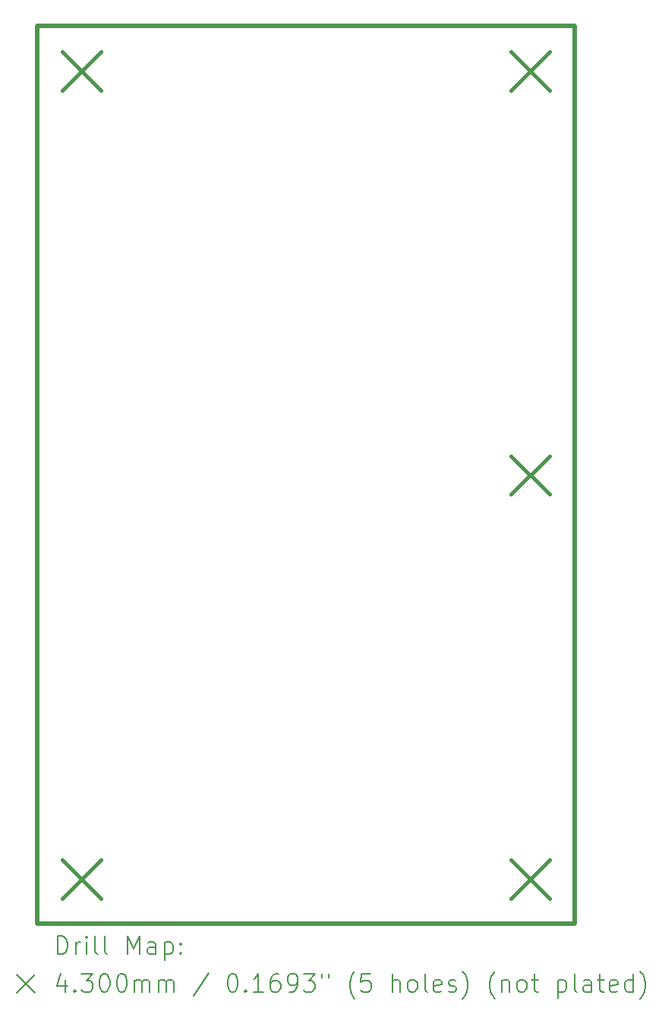
<source format=gbr>
%FSLAX45Y45*%
G04 Gerber Fmt 4.5, Leading zero omitted, Abs format (unit mm)*
G04 Created by KiCad (PCBNEW (6.0.2)) date 2022-04-01 11:09:30*
%MOMM*%
%LPD*%
G01*
G04 APERTURE LIST*
%TA.AperFunction,Profile*%
%ADD10C,0.500000*%
%TD*%
%ADD11C,0.200000*%
%ADD12C,0.430000*%
G04 APERTURE END LIST*
D10*
X0Y0D02*
X6000000Y0D01*
X6000000Y0D02*
X6000000Y-10000000D01*
X6000000Y-10000000D02*
X0Y-10000000D01*
X0Y-10000000D02*
X0Y0D01*
D11*
D12*
X285000Y-285000D02*
X715000Y-715000D01*
X715000Y-285000D02*
X285000Y-715000D01*
X285000Y-9285000D02*
X715000Y-9715000D01*
X715000Y-9285000D02*
X285000Y-9715000D01*
X5285000Y-285000D02*
X5715000Y-715000D01*
X5715000Y-285000D02*
X5285000Y-715000D01*
X5285000Y-4785000D02*
X5715000Y-5215000D01*
X5715000Y-4785000D02*
X5285000Y-5215000D01*
X5285000Y-9285000D02*
X5715000Y-9715000D01*
X5715000Y-9285000D02*
X5285000Y-9715000D01*
D11*
X232619Y-10335476D02*
X232619Y-10135476D01*
X280238Y-10135476D01*
X308810Y-10145000D01*
X327857Y-10164048D01*
X337381Y-10183095D01*
X346905Y-10221190D01*
X346905Y-10249762D01*
X337381Y-10287857D01*
X327857Y-10306905D01*
X308810Y-10325952D01*
X280238Y-10335476D01*
X232619Y-10335476D01*
X432619Y-10335476D02*
X432619Y-10202143D01*
X432619Y-10240238D02*
X442143Y-10221190D01*
X451667Y-10211667D01*
X470714Y-10202143D01*
X489762Y-10202143D01*
X556429Y-10335476D02*
X556429Y-10202143D01*
X556429Y-10135476D02*
X546905Y-10145000D01*
X556429Y-10154524D01*
X565952Y-10145000D01*
X556429Y-10135476D01*
X556429Y-10154524D01*
X680238Y-10335476D02*
X661190Y-10325952D01*
X651667Y-10306905D01*
X651667Y-10135476D01*
X785000Y-10335476D02*
X765952Y-10325952D01*
X756428Y-10306905D01*
X756428Y-10135476D01*
X1013571Y-10335476D02*
X1013571Y-10135476D01*
X1080238Y-10278333D01*
X1146905Y-10135476D01*
X1146905Y-10335476D01*
X1327857Y-10335476D02*
X1327857Y-10230714D01*
X1318333Y-10211667D01*
X1299286Y-10202143D01*
X1261190Y-10202143D01*
X1242143Y-10211667D01*
X1327857Y-10325952D02*
X1308810Y-10335476D01*
X1261190Y-10335476D01*
X1242143Y-10325952D01*
X1232619Y-10306905D01*
X1232619Y-10287857D01*
X1242143Y-10268810D01*
X1261190Y-10259286D01*
X1308810Y-10259286D01*
X1327857Y-10249762D01*
X1423095Y-10202143D02*
X1423095Y-10402143D01*
X1423095Y-10211667D02*
X1442143Y-10202143D01*
X1480238Y-10202143D01*
X1499286Y-10211667D01*
X1508809Y-10221190D01*
X1518333Y-10240238D01*
X1518333Y-10297381D01*
X1508809Y-10316429D01*
X1499286Y-10325952D01*
X1480238Y-10335476D01*
X1442143Y-10335476D01*
X1423095Y-10325952D01*
X1604048Y-10316429D02*
X1613571Y-10325952D01*
X1604048Y-10335476D01*
X1594524Y-10325952D01*
X1604048Y-10316429D01*
X1604048Y-10335476D01*
X1604048Y-10211667D02*
X1613571Y-10221190D01*
X1604048Y-10230714D01*
X1594524Y-10221190D01*
X1604048Y-10211667D01*
X1604048Y-10230714D01*
X-225000Y-10565000D02*
X-25000Y-10765000D01*
X-25000Y-10565000D02*
X-225000Y-10765000D01*
X318333Y-10622143D02*
X318333Y-10755476D01*
X270714Y-10545952D02*
X223095Y-10688810D01*
X346905Y-10688810D01*
X423095Y-10736429D02*
X432619Y-10745952D01*
X423095Y-10755476D01*
X413571Y-10745952D01*
X423095Y-10736429D01*
X423095Y-10755476D01*
X499286Y-10555476D02*
X623095Y-10555476D01*
X556429Y-10631667D01*
X585000Y-10631667D01*
X604048Y-10641190D01*
X613571Y-10650714D01*
X623095Y-10669762D01*
X623095Y-10717381D01*
X613571Y-10736429D01*
X604048Y-10745952D01*
X585000Y-10755476D01*
X527857Y-10755476D01*
X508809Y-10745952D01*
X499286Y-10736429D01*
X746905Y-10555476D02*
X765952Y-10555476D01*
X785000Y-10565000D01*
X794524Y-10574524D01*
X804048Y-10593571D01*
X813571Y-10631667D01*
X813571Y-10679286D01*
X804048Y-10717381D01*
X794524Y-10736429D01*
X785000Y-10745952D01*
X765952Y-10755476D01*
X746905Y-10755476D01*
X727857Y-10745952D01*
X718333Y-10736429D01*
X708809Y-10717381D01*
X699286Y-10679286D01*
X699286Y-10631667D01*
X708809Y-10593571D01*
X718333Y-10574524D01*
X727857Y-10565000D01*
X746905Y-10555476D01*
X937381Y-10555476D02*
X956428Y-10555476D01*
X975476Y-10565000D01*
X985000Y-10574524D01*
X994524Y-10593571D01*
X1004048Y-10631667D01*
X1004048Y-10679286D01*
X994524Y-10717381D01*
X985000Y-10736429D01*
X975476Y-10745952D01*
X956428Y-10755476D01*
X937381Y-10755476D01*
X918333Y-10745952D01*
X908809Y-10736429D01*
X899286Y-10717381D01*
X889762Y-10679286D01*
X889762Y-10631667D01*
X899286Y-10593571D01*
X908809Y-10574524D01*
X918333Y-10565000D01*
X937381Y-10555476D01*
X1089762Y-10755476D02*
X1089762Y-10622143D01*
X1089762Y-10641190D02*
X1099286Y-10631667D01*
X1118333Y-10622143D01*
X1146905Y-10622143D01*
X1165952Y-10631667D01*
X1175476Y-10650714D01*
X1175476Y-10755476D01*
X1175476Y-10650714D02*
X1185000Y-10631667D01*
X1204048Y-10622143D01*
X1232619Y-10622143D01*
X1251667Y-10631667D01*
X1261190Y-10650714D01*
X1261190Y-10755476D01*
X1356429Y-10755476D02*
X1356429Y-10622143D01*
X1356429Y-10641190D02*
X1365952Y-10631667D01*
X1385000Y-10622143D01*
X1413571Y-10622143D01*
X1432619Y-10631667D01*
X1442143Y-10650714D01*
X1442143Y-10755476D01*
X1442143Y-10650714D02*
X1451667Y-10631667D01*
X1470714Y-10622143D01*
X1499286Y-10622143D01*
X1518333Y-10631667D01*
X1527857Y-10650714D01*
X1527857Y-10755476D01*
X1918333Y-10545952D02*
X1746905Y-10803095D01*
X2175476Y-10555476D02*
X2194524Y-10555476D01*
X2213571Y-10565000D01*
X2223095Y-10574524D01*
X2232619Y-10593571D01*
X2242143Y-10631667D01*
X2242143Y-10679286D01*
X2232619Y-10717381D01*
X2223095Y-10736429D01*
X2213571Y-10745952D01*
X2194524Y-10755476D01*
X2175476Y-10755476D01*
X2156429Y-10745952D01*
X2146905Y-10736429D01*
X2137381Y-10717381D01*
X2127857Y-10679286D01*
X2127857Y-10631667D01*
X2137381Y-10593571D01*
X2146905Y-10574524D01*
X2156429Y-10565000D01*
X2175476Y-10555476D01*
X2327857Y-10736429D02*
X2337381Y-10745952D01*
X2327857Y-10755476D01*
X2318333Y-10745952D01*
X2327857Y-10736429D01*
X2327857Y-10755476D01*
X2527857Y-10755476D02*
X2413571Y-10755476D01*
X2470714Y-10755476D02*
X2470714Y-10555476D01*
X2451667Y-10584048D01*
X2432619Y-10603095D01*
X2413571Y-10612619D01*
X2699286Y-10555476D02*
X2661190Y-10555476D01*
X2642143Y-10565000D01*
X2632619Y-10574524D01*
X2613571Y-10603095D01*
X2604048Y-10641190D01*
X2604048Y-10717381D01*
X2613571Y-10736429D01*
X2623095Y-10745952D01*
X2642143Y-10755476D01*
X2680238Y-10755476D01*
X2699286Y-10745952D01*
X2708810Y-10736429D01*
X2718333Y-10717381D01*
X2718333Y-10669762D01*
X2708810Y-10650714D01*
X2699286Y-10641190D01*
X2680238Y-10631667D01*
X2642143Y-10631667D01*
X2623095Y-10641190D01*
X2613571Y-10650714D01*
X2604048Y-10669762D01*
X2813571Y-10755476D02*
X2851667Y-10755476D01*
X2870714Y-10745952D01*
X2880238Y-10736429D01*
X2899286Y-10707857D01*
X2908809Y-10669762D01*
X2908809Y-10593571D01*
X2899286Y-10574524D01*
X2889762Y-10565000D01*
X2870714Y-10555476D01*
X2832619Y-10555476D01*
X2813571Y-10565000D01*
X2804048Y-10574524D01*
X2794524Y-10593571D01*
X2794524Y-10641190D01*
X2804048Y-10660238D01*
X2813571Y-10669762D01*
X2832619Y-10679286D01*
X2870714Y-10679286D01*
X2889762Y-10669762D01*
X2899286Y-10660238D01*
X2908809Y-10641190D01*
X2975476Y-10555476D02*
X3099286Y-10555476D01*
X3032619Y-10631667D01*
X3061190Y-10631667D01*
X3080238Y-10641190D01*
X3089762Y-10650714D01*
X3099286Y-10669762D01*
X3099286Y-10717381D01*
X3089762Y-10736429D01*
X3080238Y-10745952D01*
X3061190Y-10755476D01*
X3004048Y-10755476D01*
X2985000Y-10745952D01*
X2975476Y-10736429D01*
X3175476Y-10555476D02*
X3175476Y-10593571D01*
X3251667Y-10555476D02*
X3251667Y-10593571D01*
X3546905Y-10831667D02*
X3537381Y-10822143D01*
X3518333Y-10793571D01*
X3508809Y-10774524D01*
X3499286Y-10745952D01*
X3489762Y-10698333D01*
X3489762Y-10660238D01*
X3499286Y-10612619D01*
X3508809Y-10584048D01*
X3518333Y-10565000D01*
X3537381Y-10536429D01*
X3546905Y-10526905D01*
X3718333Y-10555476D02*
X3623095Y-10555476D01*
X3613571Y-10650714D01*
X3623095Y-10641190D01*
X3642143Y-10631667D01*
X3689762Y-10631667D01*
X3708809Y-10641190D01*
X3718333Y-10650714D01*
X3727857Y-10669762D01*
X3727857Y-10717381D01*
X3718333Y-10736429D01*
X3708809Y-10745952D01*
X3689762Y-10755476D01*
X3642143Y-10755476D01*
X3623095Y-10745952D01*
X3613571Y-10736429D01*
X3965952Y-10755476D02*
X3965952Y-10555476D01*
X4051667Y-10755476D02*
X4051667Y-10650714D01*
X4042143Y-10631667D01*
X4023095Y-10622143D01*
X3994524Y-10622143D01*
X3975476Y-10631667D01*
X3965952Y-10641190D01*
X4175476Y-10755476D02*
X4156428Y-10745952D01*
X4146905Y-10736429D01*
X4137381Y-10717381D01*
X4137381Y-10660238D01*
X4146905Y-10641190D01*
X4156428Y-10631667D01*
X4175476Y-10622143D01*
X4204048Y-10622143D01*
X4223095Y-10631667D01*
X4232619Y-10641190D01*
X4242143Y-10660238D01*
X4242143Y-10717381D01*
X4232619Y-10736429D01*
X4223095Y-10745952D01*
X4204048Y-10755476D01*
X4175476Y-10755476D01*
X4356429Y-10755476D02*
X4337381Y-10745952D01*
X4327857Y-10726905D01*
X4327857Y-10555476D01*
X4508810Y-10745952D02*
X4489762Y-10755476D01*
X4451667Y-10755476D01*
X4432619Y-10745952D01*
X4423095Y-10726905D01*
X4423095Y-10650714D01*
X4432619Y-10631667D01*
X4451667Y-10622143D01*
X4489762Y-10622143D01*
X4508810Y-10631667D01*
X4518333Y-10650714D01*
X4518333Y-10669762D01*
X4423095Y-10688810D01*
X4594524Y-10745952D02*
X4613571Y-10755476D01*
X4651667Y-10755476D01*
X4670714Y-10745952D01*
X4680238Y-10726905D01*
X4680238Y-10717381D01*
X4670714Y-10698333D01*
X4651667Y-10688810D01*
X4623095Y-10688810D01*
X4604048Y-10679286D01*
X4594524Y-10660238D01*
X4594524Y-10650714D01*
X4604048Y-10631667D01*
X4623095Y-10622143D01*
X4651667Y-10622143D01*
X4670714Y-10631667D01*
X4746905Y-10831667D02*
X4756429Y-10822143D01*
X4775476Y-10793571D01*
X4785000Y-10774524D01*
X4794524Y-10745952D01*
X4804048Y-10698333D01*
X4804048Y-10660238D01*
X4794524Y-10612619D01*
X4785000Y-10584048D01*
X4775476Y-10565000D01*
X4756429Y-10536429D01*
X4746905Y-10526905D01*
X5108810Y-10831667D02*
X5099286Y-10822143D01*
X5080238Y-10793571D01*
X5070714Y-10774524D01*
X5061190Y-10745952D01*
X5051667Y-10698333D01*
X5051667Y-10660238D01*
X5061190Y-10612619D01*
X5070714Y-10584048D01*
X5080238Y-10565000D01*
X5099286Y-10536429D01*
X5108810Y-10526905D01*
X5185000Y-10622143D02*
X5185000Y-10755476D01*
X5185000Y-10641190D02*
X5194524Y-10631667D01*
X5213571Y-10622143D01*
X5242143Y-10622143D01*
X5261190Y-10631667D01*
X5270714Y-10650714D01*
X5270714Y-10755476D01*
X5394524Y-10755476D02*
X5375476Y-10745952D01*
X5365952Y-10736429D01*
X5356429Y-10717381D01*
X5356429Y-10660238D01*
X5365952Y-10641190D01*
X5375476Y-10631667D01*
X5394524Y-10622143D01*
X5423095Y-10622143D01*
X5442143Y-10631667D01*
X5451667Y-10641190D01*
X5461190Y-10660238D01*
X5461190Y-10717381D01*
X5451667Y-10736429D01*
X5442143Y-10745952D01*
X5423095Y-10755476D01*
X5394524Y-10755476D01*
X5518333Y-10622143D02*
X5594524Y-10622143D01*
X5546905Y-10555476D02*
X5546905Y-10726905D01*
X5556429Y-10745952D01*
X5575476Y-10755476D01*
X5594524Y-10755476D01*
X5813571Y-10622143D02*
X5813571Y-10822143D01*
X5813571Y-10631667D02*
X5832619Y-10622143D01*
X5870714Y-10622143D01*
X5889762Y-10631667D01*
X5899286Y-10641190D01*
X5908809Y-10660238D01*
X5908809Y-10717381D01*
X5899286Y-10736429D01*
X5889762Y-10745952D01*
X5870714Y-10755476D01*
X5832619Y-10755476D01*
X5813571Y-10745952D01*
X6023095Y-10755476D02*
X6004048Y-10745952D01*
X5994524Y-10726905D01*
X5994524Y-10555476D01*
X6185000Y-10755476D02*
X6185000Y-10650714D01*
X6175476Y-10631667D01*
X6156428Y-10622143D01*
X6118333Y-10622143D01*
X6099286Y-10631667D01*
X6185000Y-10745952D02*
X6165952Y-10755476D01*
X6118333Y-10755476D01*
X6099286Y-10745952D01*
X6089762Y-10726905D01*
X6089762Y-10707857D01*
X6099286Y-10688810D01*
X6118333Y-10679286D01*
X6165952Y-10679286D01*
X6185000Y-10669762D01*
X6251667Y-10622143D02*
X6327857Y-10622143D01*
X6280238Y-10555476D02*
X6280238Y-10726905D01*
X6289762Y-10745952D01*
X6308809Y-10755476D01*
X6327857Y-10755476D01*
X6470714Y-10745952D02*
X6451667Y-10755476D01*
X6413571Y-10755476D01*
X6394524Y-10745952D01*
X6385000Y-10726905D01*
X6385000Y-10650714D01*
X6394524Y-10631667D01*
X6413571Y-10622143D01*
X6451667Y-10622143D01*
X6470714Y-10631667D01*
X6480238Y-10650714D01*
X6480238Y-10669762D01*
X6385000Y-10688810D01*
X6651667Y-10755476D02*
X6651667Y-10555476D01*
X6651667Y-10745952D02*
X6632619Y-10755476D01*
X6594524Y-10755476D01*
X6575476Y-10745952D01*
X6565952Y-10736429D01*
X6556428Y-10717381D01*
X6556428Y-10660238D01*
X6565952Y-10641190D01*
X6575476Y-10631667D01*
X6594524Y-10622143D01*
X6632619Y-10622143D01*
X6651667Y-10631667D01*
X6727857Y-10831667D02*
X6737381Y-10822143D01*
X6756428Y-10793571D01*
X6765952Y-10774524D01*
X6775476Y-10745952D01*
X6785000Y-10698333D01*
X6785000Y-10660238D01*
X6775476Y-10612619D01*
X6765952Y-10584048D01*
X6756428Y-10565000D01*
X6737381Y-10536429D01*
X6727857Y-10526905D01*
M02*

</source>
